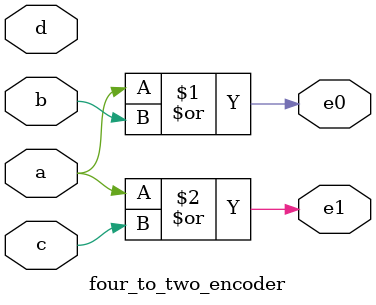
<source format=v>
`timescale 1ns / 1ps


module four_to_two_encoder(a,b,c,d,e0,e1);
    input a,b,c,d;
    output e0, e1;
    assign e0 = a|b;
    assign e1 = a|c;
endmodule

</source>
